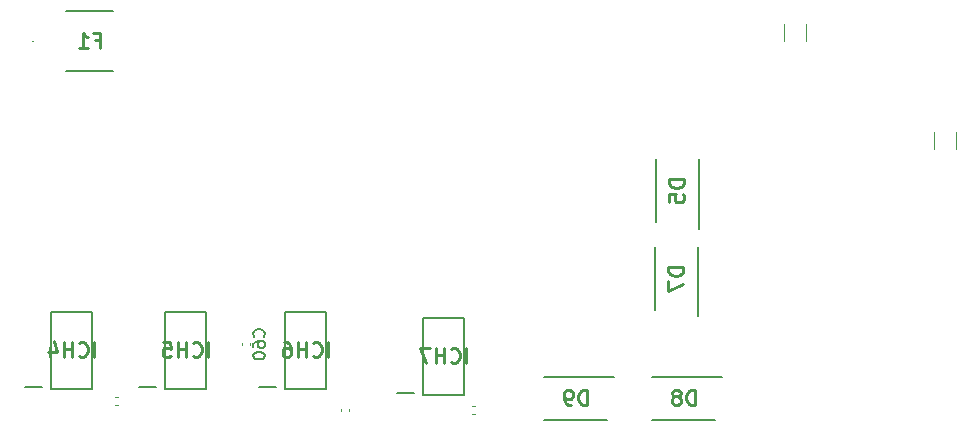
<source format=gbr>
%TF.GenerationSoftware,KiCad,Pcbnew,8.0.0*%
%TF.CreationDate,2024-03-13T17:22:47+01:00*%
%TF.ProjectId,BalloonMotherboardV3,42616c6c-6f6f-46e4-9d6f-74686572626f,rev?*%
%TF.SameCoordinates,Original*%
%TF.FileFunction,Legend,Bot*%
%TF.FilePolarity,Positive*%
%FSLAX46Y46*%
G04 Gerber Fmt 4.6, Leading zero omitted, Abs format (unit mm)*
G04 Created by KiCad (PCBNEW 8.0.0) date 2024-03-13 17:22:47*
%MOMM*%
%LPD*%
G01*
G04 APERTURE LIST*
%ADD10C,0.254000*%
%ADD11C,0.150000*%
%ADD12C,0.200000*%
%ADD13C,0.120000*%
%ADD14C,0.100000*%
G04 APERTURE END LIST*
D10*
X74041000Y-167198318D02*
X74041000Y-165928318D01*
X72710523Y-167077365D02*
X72770999Y-167137842D01*
X72770999Y-167137842D02*
X72952428Y-167198318D01*
X72952428Y-167198318D02*
X73073380Y-167198318D01*
X73073380Y-167198318D02*
X73254809Y-167137842D01*
X73254809Y-167137842D02*
X73375761Y-167016889D01*
X73375761Y-167016889D02*
X73436238Y-166895937D01*
X73436238Y-166895937D02*
X73496714Y-166654032D01*
X73496714Y-166654032D02*
X73496714Y-166472603D01*
X73496714Y-166472603D02*
X73436238Y-166230699D01*
X73436238Y-166230699D02*
X73375761Y-166109746D01*
X73375761Y-166109746D02*
X73254809Y-165988794D01*
X73254809Y-165988794D02*
X73073380Y-165928318D01*
X73073380Y-165928318D02*
X72952428Y-165928318D01*
X72952428Y-165928318D02*
X72770999Y-165988794D01*
X72770999Y-165988794D02*
X72710523Y-166049270D01*
X72166238Y-167198318D02*
X72166238Y-165928318D01*
X72166238Y-166533080D02*
X71440523Y-166533080D01*
X71440523Y-167198318D02*
X71440523Y-165928318D01*
X70291476Y-166351651D02*
X70291476Y-167198318D01*
X70593857Y-165867842D02*
X70896238Y-166774984D01*
X70896238Y-166774984D02*
X70110047Y-166774984D01*
D11*
X88387580Y-165473142D02*
X88435200Y-165425523D01*
X88435200Y-165425523D02*
X88482819Y-165282666D01*
X88482819Y-165282666D02*
X88482819Y-165187428D01*
X88482819Y-165187428D02*
X88435200Y-165044571D01*
X88435200Y-165044571D02*
X88339961Y-164949333D01*
X88339961Y-164949333D02*
X88244723Y-164901714D01*
X88244723Y-164901714D02*
X88054247Y-164854095D01*
X88054247Y-164854095D02*
X87911390Y-164854095D01*
X87911390Y-164854095D02*
X87720914Y-164901714D01*
X87720914Y-164901714D02*
X87625676Y-164949333D01*
X87625676Y-164949333D02*
X87530438Y-165044571D01*
X87530438Y-165044571D02*
X87482819Y-165187428D01*
X87482819Y-165187428D02*
X87482819Y-165282666D01*
X87482819Y-165282666D02*
X87530438Y-165425523D01*
X87530438Y-165425523D02*
X87578057Y-165473142D01*
X87482819Y-166330285D02*
X87482819Y-166139809D01*
X87482819Y-166139809D02*
X87530438Y-166044571D01*
X87530438Y-166044571D02*
X87578057Y-165996952D01*
X87578057Y-165996952D02*
X87720914Y-165901714D01*
X87720914Y-165901714D02*
X87911390Y-165854095D01*
X87911390Y-165854095D02*
X88292342Y-165854095D01*
X88292342Y-165854095D02*
X88387580Y-165901714D01*
X88387580Y-165901714D02*
X88435200Y-165949333D01*
X88435200Y-165949333D02*
X88482819Y-166044571D01*
X88482819Y-166044571D02*
X88482819Y-166235047D01*
X88482819Y-166235047D02*
X88435200Y-166330285D01*
X88435200Y-166330285D02*
X88387580Y-166377904D01*
X88387580Y-166377904D02*
X88292342Y-166425523D01*
X88292342Y-166425523D02*
X88054247Y-166425523D01*
X88054247Y-166425523D02*
X87959009Y-166377904D01*
X87959009Y-166377904D02*
X87911390Y-166330285D01*
X87911390Y-166330285D02*
X87863771Y-166235047D01*
X87863771Y-166235047D02*
X87863771Y-166044571D01*
X87863771Y-166044571D02*
X87911390Y-165949333D01*
X87911390Y-165949333D02*
X87959009Y-165901714D01*
X87959009Y-165901714D02*
X88054247Y-165854095D01*
X87482819Y-167044571D02*
X87482819Y-167139809D01*
X87482819Y-167139809D02*
X87530438Y-167235047D01*
X87530438Y-167235047D02*
X87578057Y-167282666D01*
X87578057Y-167282666D02*
X87673295Y-167330285D01*
X87673295Y-167330285D02*
X87863771Y-167377904D01*
X87863771Y-167377904D02*
X88101866Y-167377904D01*
X88101866Y-167377904D02*
X88292342Y-167330285D01*
X88292342Y-167330285D02*
X88387580Y-167282666D01*
X88387580Y-167282666D02*
X88435200Y-167235047D01*
X88435200Y-167235047D02*
X88482819Y-167139809D01*
X88482819Y-167139809D02*
X88482819Y-167044571D01*
X88482819Y-167044571D02*
X88435200Y-166949333D01*
X88435200Y-166949333D02*
X88387580Y-166901714D01*
X88387580Y-166901714D02*
X88292342Y-166854095D01*
X88292342Y-166854095D02*
X88101866Y-166806476D01*
X88101866Y-166806476D02*
X87863771Y-166806476D01*
X87863771Y-166806476D02*
X87673295Y-166854095D01*
X87673295Y-166854095D02*
X87578057Y-166901714D01*
X87578057Y-166901714D02*
X87530438Y-166949333D01*
X87530438Y-166949333D02*
X87482819Y-167044571D01*
D10*
X123967518Y-152173818D02*
X122697518Y-152173818D01*
X122697518Y-152173818D02*
X122697518Y-152476199D01*
X122697518Y-152476199D02*
X122757994Y-152657628D01*
X122757994Y-152657628D02*
X122878946Y-152778580D01*
X122878946Y-152778580D02*
X122999899Y-152839057D01*
X122999899Y-152839057D02*
X123241803Y-152899533D01*
X123241803Y-152899533D02*
X123423232Y-152899533D01*
X123423232Y-152899533D02*
X123665137Y-152839057D01*
X123665137Y-152839057D02*
X123786089Y-152778580D01*
X123786089Y-152778580D02*
X123907042Y-152657628D01*
X123907042Y-152657628D02*
X123967518Y-152476199D01*
X123967518Y-152476199D02*
X123967518Y-152173818D01*
X122697518Y-154048580D02*
X122697518Y-153443818D01*
X122697518Y-153443818D02*
X123302280Y-153383342D01*
X123302280Y-153383342D02*
X123241803Y-153443818D01*
X123241803Y-153443818D02*
X123181327Y-153564771D01*
X123181327Y-153564771D02*
X123181327Y-153867152D01*
X123181327Y-153867152D02*
X123241803Y-153988104D01*
X123241803Y-153988104D02*
X123302280Y-154048580D01*
X123302280Y-154048580D02*
X123423232Y-154109057D01*
X123423232Y-154109057D02*
X123725613Y-154109057D01*
X123725613Y-154109057D02*
X123846565Y-154048580D01*
X123846565Y-154048580D02*
X123907042Y-153988104D01*
X123907042Y-153988104D02*
X123967518Y-153867152D01*
X123967518Y-153867152D02*
X123967518Y-153564771D01*
X123967518Y-153564771D02*
X123907042Y-153443818D01*
X123907042Y-153443818D02*
X123846565Y-153383342D01*
X93853000Y-167198318D02*
X93853000Y-165928318D01*
X92522523Y-167077365D02*
X92582999Y-167137842D01*
X92582999Y-167137842D02*
X92764428Y-167198318D01*
X92764428Y-167198318D02*
X92885380Y-167198318D01*
X92885380Y-167198318D02*
X93066809Y-167137842D01*
X93066809Y-167137842D02*
X93187761Y-167016889D01*
X93187761Y-167016889D02*
X93248238Y-166895937D01*
X93248238Y-166895937D02*
X93308714Y-166654032D01*
X93308714Y-166654032D02*
X93308714Y-166472603D01*
X93308714Y-166472603D02*
X93248238Y-166230699D01*
X93248238Y-166230699D02*
X93187761Y-166109746D01*
X93187761Y-166109746D02*
X93066809Y-165988794D01*
X93066809Y-165988794D02*
X92885380Y-165928318D01*
X92885380Y-165928318D02*
X92764428Y-165928318D01*
X92764428Y-165928318D02*
X92582999Y-165988794D01*
X92582999Y-165988794D02*
X92522523Y-166049270D01*
X91978238Y-167198318D02*
X91978238Y-165928318D01*
X91978238Y-166533080D02*
X91252523Y-166533080D01*
X91252523Y-167198318D02*
X91252523Y-165928318D01*
X90103476Y-165928318D02*
X90345381Y-165928318D01*
X90345381Y-165928318D02*
X90466333Y-165988794D01*
X90466333Y-165988794D02*
X90526809Y-166049270D01*
X90526809Y-166049270D02*
X90647762Y-166230699D01*
X90647762Y-166230699D02*
X90708238Y-166472603D01*
X90708238Y-166472603D02*
X90708238Y-166956413D01*
X90708238Y-166956413D02*
X90647762Y-167077365D01*
X90647762Y-167077365D02*
X90587285Y-167137842D01*
X90587285Y-167137842D02*
X90466333Y-167198318D01*
X90466333Y-167198318D02*
X90224428Y-167198318D01*
X90224428Y-167198318D02*
X90103476Y-167137842D01*
X90103476Y-167137842D02*
X90043000Y-167077365D01*
X90043000Y-167077365D02*
X89982523Y-166956413D01*
X89982523Y-166956413D02*
X89982523Y-166654032D01*
X89982523Y-166654032D02*
X90043000Y-166533080D01*
X90043000Y-166533080D02*
X90103476Y-166472603D01*
X90103476Y-166472603D02*
X90224428Y-166412127D01*
X90224428Y-166412127D02*
X90466333Y-166412127D01*
X90466333Y-166412127D02*
X90587285Y-166472603D01*
X90587285Y-166472603D02*
X90647762Y-166533080D01*
X90647762Y-166533080D02*
X90708238Y-166654032D01*
X123916718Y-159590618D02*
X122646718Y-159590618D01*
X122646718Y-159590618D02*
X122646718Y-159892999D01*
X122646718Y-159892999D02*
X122707194Y-160074428D01*
X122707194Y-160074428D02*
X122828146Y-160195380D01*
X122828146Y-160195380D02*
X122949099Y-160255857D01*
X122949099Y-160255857D02*
X123191003Y-160316333D01*
X123191003Y-160316333D02*
X123372432Y-160316333D01*
X123372432Y-160316333D02*
X123614337Y-160255857D01*
X123614337Y-160255857D02*
X123735289Y-160195380D01*
X123735289Y-160195380D02*
X123856242Y-160074428D01*
X123856242Y-160074428D02*
X123916718Y-159892999D01*
X123916718Y-159892999D02*
X123916718Y-159590618D01*
X122646718Y-160739666D02*
X122646718Y-161586333D01*
X122646718Y-161586333D02*
X123916718Y-161042047D01*
X115745381Y-171262318D02*
X115745381Y-169992318D01*
X115745381Y-169992318D02*
X115443000Y-169992318D01*
X115443000Y-169992318D02*
X115261571Y-170052794D01*
X115261571Y-170052794D02*
X115140619Y-170173746D01*
X115140619Y-170173746D02*
X115080142Y-170294699D01*
X115080142Y-170294699D02*
X115019666Y-170536603D01*
X115019666Y-170536603D02*
X115019666Y-170718032D01*
X115019666Y-170718032D02*
X115080142Y-170959937D01*
X115080142Y-170959937D02*
X115140619Y-171080889D01*
X115140619Y-171080889D02*
X115261571Y-171201842D01*
X115261571Y-171201842D02*
X115443000Y-171262318D01*
X115443000Y-171262318D02*
X115745381Y-171262318D01*
X114414904Y-171262318D02*
X114173000Y-171262318D01*
X114173000Y-171262318D02*
X114052047Y-171201842D01*
X114052047Y-171201842D02*
X113991571Y-171141365D01*
X113991571Y-171141365D02*
X113870619Y-170959937D01*
X113870619Y-170959937D02*
X113810142Y-170718032D01*
X113810142Y-170718032D02*
X113810142Y-170234222D01*
X113810142Y-170234222D02*
X113870619Y-170113270D01*
X113870619Y-170113270D02*
X113931095Y-170052794D01*
X113931095Y-170052794D02*
X114052047Y-169992318D01*
X114052047Y-169992318D02*
X114293952Y-169992318D01*
X114293952Y-169992318D02*
X114414904Y-170052794D01*
X114414904Y-170052794D02*
X114475381Y-170113270D01*
X114475381Y-170113270D02*
X114535857Y-170234222D01*
X114535857Y-170234222D02*
X114535857Y-170536603D01*
X114535857Y-170536603D02*
X114475381Y-170657556D01*
X114475381Y-170657556D02*
X114414904Y-170718032D01*
X114414904Y-170718032D02*
X114293952Y-170778508D01*
X114293952Y-170778508D02*
X114052047Y-170778508D01*
X114052047Y-170778508D02*
X113931095Y-170718032D01*
X113931095Y-170718032D02*
X113870619Y-170657556D01*
X113870619Y-170657556D02*
X113810142Y-170536603D01*
X124889381Y-171262318D02*
X124889381Y-169992318D01*
X124889381Y-169992318D02*
X124587000Y-169992318D01*
X124587000Y-169992318D02*
X124405571Y-170052794D01*
X124405571Y-170052794D02*
X124284619Y-170173746D01*
X124284619Y-170173746D02*
X124224142Y-170294699D01*
X124224142Y-170294699D02*
X124163666Y-170536603D01*
X124163666Y-170536603D02*
X124163666Y-170718032D01*
X124163666Y-170718032D02*
X124224142Y-170959937D01*
X124224142Y-170959937D02*
X124284619Y-171080889D01*
X124284619Y-171080889D02*
X124405571Y-171201842D01*
X124405571Y-171201842D02*
X124587000Y-171262318D01*
X124587000Y-171262318D02*
X124889381Y-171262318D01*
X123437952Y-170536603D02*
X123558904Y-170476127D01*
X123558904Y-170476127D02*
X123619381Y-170415651D01*
X123619381Y-170415651D02*
X123679857Y-170294699D01*
X123679857Y-170294699D02*
X123679857Y-170234222D01*
X123679857Y-170234222D02*
X123619381Y-170113270D01*
X123619381Y-170113270D02*
X123558904Y-170052794D01*
X123558904Y-170052794D02*
X123437952Y-169992318D01*
X123437952Y-169992318D02*
X123196047Y-169992318D01*
X123196047Y-169992318D02*
X123075095Y-170052794D01*
X123075095Y-170052794D02*
X123014619Y-170113270D01*
X123014619Y-170113270D02*
X122954142Y-170234222D01*
X122954142Y-170234222D02*
X122954142Y-170294699D01*
X122954142Y-170294699D02*
X123014619Y-170415651D01*
X123014619Y-170415651D02*
X123075095Y-170476127D01*
X123075095Y-170476127D02*
X123196047Y-170536603D01*
X123196047Y-170536603D02*
X123437952Y-170536603D01*
X123437952Y-170536603D02*
X123558904Y-170597080D01*
X123558904Y-170597080D02*
X123619381Y-170657556D01*
X123619381Y-170657556D02*
X123679857Y-170778508D01*
X123679857Y-170778508D02*
X123679857Y-171020413D01*
X123679857Y-171020413D02*
X123619381Y-171141365D01*
X123619381Y-171141365D02*
X123558904Y-171201842D01*
X123558904Y-171201842D02*
X123437952Y-171262318D01*
X123437952Y-171262318D02*
X123196047Y-171262318D01*
X123196047Y-171262318D02*
X123075095Y-171201842D01*
X123075095Y-171201842D02*
X123014619Y-171141365D01*
X123014619Y-171141365D02*
X122954142Y-171020413D01*
X122954142Y-171020413D02*
X122954142Y-170778508D01*
X122954142Y-170778508D02*
X123014619Y-170657556D01*
X123014619Y-170657556D02*
X123075095Y-170597080D01*
X123075095Y-170597080D02*
X123196047Y-170536603D01*
X74083332Y-140371080D02*
X74506666Y-140371080D01*
X74506666Y-141036318D02*
X74506666Y-139766318D01*
X74506666Y-139766318D02*
X73901904Y-139766318D01*
X72752856Y-141036318D02*
X73478571Y-141036318D01*
X73115714Y-141036318D02*
X73115714Y-139766318D01*
X73115714Y-139766318D02*
X73236666Y-139947746D01*
X73236666Y-139947746D02*
X73357618Y-140068699D01*
X73357618Y-140068699D02*
X73478571Y-140129175D01*
X83693000Y-167198318D02*
X83693000Y-165928318D01*
X82362523Y-167077365D02*
X82422999Y-167137842D01*
X82422999Y-167137842D02*
X82604428Y-167198318D01*
X82604428Y-167198318D02*
X82725380Y-167198318D01*
X82725380Y-167198318D02*
X82906809Y-167137842D01*
X82906809Y-167137842D02*
X83027761Y-167016889D01*
X83027761Y-167016889D02*
X83088238Y-166895937D01*
X83088238Y-166895937D02*
X83148714Y-166654032D01*
X83148714Y-166654032D02*
X83148714Y-166472603D01*
X83148714Y-166472603D02*
X83088238Y-166230699D01*
X83088238Y-166230699D02*
X83027761Y-166109746D01*
X83027761Y-166109746D02*
X82906809Y-165988794D01*
X82906809Y-165988794D02*
X82725380Y-165928318D01*
X82725380Y-165928318D02*
X82604428Y-165928318D01*
X82604428Y-165928318D02*
X82422999Y-165988794D01*
X82422999Y-165988794D02*
X82362523Y-166049270D01*
X81818238Y-167198318D02*
X81818238Y-165928318D01*
X81818238Y-166533080D02*
X81092523Y-166533080D01*
X81092523Y-167198318D02*
X81092523Y-165928318D01*
X79883000Y-165928318D02*
X80487762Y-165928318D01*
X80487762Y-165928318D02*
X80548238Y-166533080D01*
X80548238Y-166533080D02*
X80487762Y-166472603D01*
X80487762Y-166472603D02*
X80366809Y-166412127D01*
X80366809Y-166412127D02*
X80064428Y-166412127D01*
X80064428Y-166412127D02*
X79943476Y-166472603D01*
X79943476Y-166472603D02*
X79883000Y-166533080D01*
X79883000Y-166533080D02*
X79822523Y-166654032D01*
X79822523Y-166654032D02*
X79822523Y-166956413D01*
X79822523Y-166956413D02*
X79883000Y-167077365D01*
X79883000Y-167077365D02*
X79943476Y-167137842D01*
X79943476Y-167137842D02*
X80064428Y-167198318D01*
X80064428Y-167198318D02*
X80366809Y-167198318D01*
X80366809Y-167198318D02*
X80487762Y-167137842D01*
X80487762Y-167137842D02*
X80548238Y-167077365D01*
X105537000Y-167706318D02*
X105537000Y-166436318D01*
X104206523Y-167585365D02*
X104266999Y-167645842D01*
X104266999Y-167645842D02*
X104448428Y-167706318D01*
X104448428Y-167706318D02*
X104569380Y-167706318D01*
X104569380Y-167706318D02*
X104750809Y-167645842D01*
X104750809Y-167645842D02*
X104871761Y-167524889D01*
X104871761Y-167524889D02*
X104932238Y-167403937D01*
X104932238Y-167403937D02*
X104992714Y-167162032D01*
X104992714Y-167162032D02*
X104992714Y-166980603D01*
X104992714Y-166980603D02*
X104932238Y-166738699D01*
X104932238Y-166738699D02*
X104871761Y-166617746D01*
X104871761Y-166617746D02*
X104750809Y-166496794D01*
X104750809Y-166496794D02*
X104569380Y-166436318D01*
X104569380Y-166436318D02*
X104448428Y-166436318D01*
X104448428Y-166436318D02*
X104266999Y-166496794D01*
X104266999Y-166496794D02*
X104206523Y-166557270D01*
X103662238Y-167706318D02*
X103662238Y-166436318D01*
X103662238Y-167041080D02*
X102936523Y-167041080D01*
X102936523Y-167706318D02*
X102936523Y-166436318D01*
X102452714Y-166436318D02*
X101606047Y-166436318D01*
X101606047Y-166436318D02*
X102150333Y-167706318D01*
D12*
%TO.C,ICH4*%
X68136000Y-169724000D02*
X69636000Y-169724000D01*
X70386000Y-163374000D02*
X70386000Y-169874000D01*
X70386000Y-169874000D02*
X73886000Y-169874000D01*
X73886000Y-163374000D02*
X70386000Y-163374000D01*
X73886000Y-169874000D02*
X73886000Y-163374000D01*
D13*
%TO.C,C60*%
X86508000Y-166223836D02*
X86508000Y-166008164D01*
X87228000Y-166223836D02*
X87228000Y-166008164D01*
D12*
%TO.C,D5*%
X121583200Y-155781200D02*
X121583200Y-150441200D01*
X125203200Y-150441200D02*
X125203200Y-156336200D01*
%TO.C,ICH6*%
X87948000Y-169724000D02*
X89448000Y-169724000D01*
X90198000Y-163374000D02*
X90198000Y-169874000D01*
X90198000Y-169874000D02*
X93698000Y-169874000D01*
X93698000Y-163374000D02*
X90198000Y-163374000D01*
X93698000Y-169874000D02*
X93698000Y-163374000D01*
%TO.C,D7*%
X121532400Y-163198000D02*
X121532400Y-157858000D01*
X125152400Y-157858000D02*
X125152400Y-163753000D01*
%TO.C,D9*%
X117478000Y-172498000D02*
X112138000Y-172498000D01*
X112138000Y-168878000D02*
X118033000Y-168878000D01*
D13*
%TO.C,C59*%
X75838164Y-170582000D02*
X76053836Y-170582000D01*
X75838164Y-171302000D02*
X76053836Y-171302000D01*
%TO.C,C27*%
X145140000Y-149555252D02*
X145140000Y-148132748D01*
X146960000Y-149555252D02*
X146960000Y-148132748D01*
D12*
%TO.C,D8*%
X126622000Y-172498000D02*
X121282000Y-172498000D01*
X121282000Y-168878000D02*
X127177000Y-168878000D01*
D13*
%TO.C,C61*%
X95610000Y-171596164D02*
X95610000Y-171811836D01*
X94890000Y-171596164D02*
X94890000Y-171811836D01*
%TO.C,C43*%
X134260000Y-138988748D02*
X134260000Y-140411252D01*
X132440000Y-138988748D02*
X132440000Y-140411252D01*
D14*
%TO.C,F1*%
X68760000Y-140462000D02*
X68760000Y-140462000D01*
X68860000Y-140462000D02*
X68860000Y-140462000D01*
D12*
X71660000Y-137902000D02*
X75660000Y-137902000D01*
X71660000Y-143022000D02*
X75660000Y-143022000D01*
D14*
X68760000Y-140462000D02*
G75*
G02*
X68860000Y-140462000I50000J0D01*
G01*
X68860000Y-140462000D02*
G75*
G02*
X68760000Y-140462000I-50000J0D01*
G01*
D12*
%TO.C,ICH5*%
X77788000Y-169724000D02*
X79288000Y-169724000D01*
X80038000Y-163374000D02*
X80038000Y-169874000D01*
X80038000Y-169874000D02*
X83538000Y-169874000D01*
X83538000Y-163374000D02*
X80038000Y-163374000D01*
X83538000Y-169874000D02*
X83538000Y-163374000D01*
%TO.C,ICH7*%
X99632000Y-170232000D02*
X101132000Y-170232000D01*
X101882000Y-163882000D02*
X101882000Y-170382000D01*
X101882000Y-170382000D02*
X105382000Y-170382000D01*
X105382000Y-163882000D02*
X101882000Y-163882000D01*
X105382000Y-170382000D02*
X105382000Y-163882000D01*
D13*
%TO.C,C58*%
X106279836Y-172064000D02*
X106064164Y-172064000D01*
X106279836Y-171344000D02*
X106064164Y-171344000D01*
%TD*%
M02*

</source>
